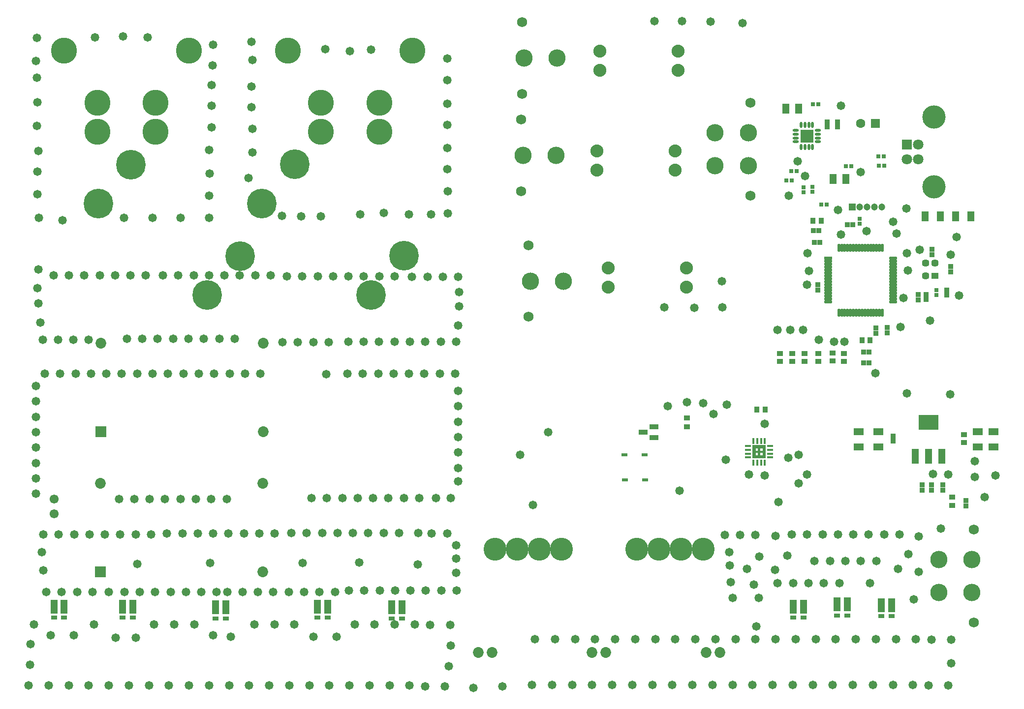
<source format=gts>
G04*
G04 #@! TF.GenerationSoftware,Altium Limited,Altium Designer,18.1.7 (191)*
G04*
G04 Layer_Color=8388736*
%FSLAX25Y25*%
%MOIN*%
G70*
G01*
G75*
%ADD18R,0.04375X0.02365*%
%ADD40R,0.04000X0.03000*%
%ADD44R,0.02965X0.02965*%
%ADD45R,0.03241X0.03241*%
%ADD46R,0.02965X0.02965*%
%ADD47R,0.03556X0.04147*%
%ADD48R,0.03241X0.03241*%
%ADD49R,0.05918X0.03359*%
%ADD50R,0.04343X0.03556*%
%ADD51R,0.01378X0.03937*%
%ADD52R,0.03937X0.01378*%
%ADD53R,0.00104X0.00104*%
%ADD54R,0.04737X0.10249*%
%ADD55R,0.13792X0.10249*%
%ADD56R,0.04147X0.03556*%
%ADD57R,0.05721X0.01981*%
%ADD58O,0.05721X0.01981*%
%ADD59O,0.01981X0.05721*%
%ADD60O,0.01981X0.04147*%
%ADD61O,0.04147X0.01981*%
%ADD62R,0.08989X0.08989*%
%ADD63R,0.07099X0.04540*%
%ADD64R,0.04737X0.06706*%
%ADD65R,0.04540X0.07099*%
%ADD66R,0.04800X0.09800*%
G04:AMPARAMS|DCode=67|XSize=43.43mil|YSize=47.37mil|CornerRadius=12.86mil|HoleSize=0mil|Usage=FLASHONLY|Rotation=90.000|XOffset=0mil|YOffset=0mil|HoleType=Round|Shape=RoundedRectangle|*
%AMROUNDEDRECTD67*
21,1,0.04343,0.02165,0,0,90.0*
21,1,0.01772,0.04737,0,0,90.0*
1,1,0.02572,0.01083,0.00886*
1,1,0.02572,0.01083,-0.00886*
1,1,0.02572,-0.01083,-0.00886*
1,1,0.02572,-0.01083,0.00886*
%
%ADD67ROUNDEDRECTD67*%
%ADD68R,0.04737X0.04343*%
%ADD69R,0.04343X0.03753*%
%ADD70C,0.06804*%
%ADD71C,0.11725*%
%ADD72C,0.20111*%
%ADD73C,0.15564*%
%ADD74C,0.07296*%
%ADD75C,0.06100*%
%ADD76C,0.17631*%
%ADD77C,0.08800*%
%ADD78C,0.04737*%
%ADD79R,0.04737X0.04737*%
%ADD80C,0.03398*%
%ADD81C,0.15761*%
%ADD82R,0.07099X0.07099*%
%ADD83C,0.07099*%
%ADD84R,0.06312X0.06312*%
%ADD85C,0.06312*%
%ADD86R,0.07296X0.07296*%
%ADD87C,0.05800*%
G36*
X573830Y437337D02*
Y435763D01*
Y434237D01*
Y430498D01*
X564826D01*
Y432663D01*
Y434237D01*
Y435763D01*
Y437337D01*
Y439502D01*
X573830D01*
Y437337D01*
D02*
G37*
%LPC*%
G36*
X571665D02*
X570090D01*
Y435763D01*
X571665D01*
Y437337D01*
D02*
G37*
G36*
X568565D02*
X566991D01*
Y435763D01*
X568565D01*
Y437337D01*
D02*
G37*
G36*
X571665Y434237D02*
X570090D01*
Y432663D01*
X571665D01*
Y434237D01*
D02*
G37*
G36*
X568565D02*
X566991D01*
Y432663D01*
X568565D01*
Y434237D01*
D02*
G37*
%LPD*%
D18*
X491583Y433000D02*
D03*
X478000D02*
D03*
X492000Y416000D02*
D03*
X478417D02*
D03*
D40*
X652031Y323500D02*
D03*
X659000D02*
D03*
X276968Y322500D02*
D03*
X270000D02*
D03*
X622224Y324016D02*
D03*
X629193D02*
D03*
X599468Y322516D02*
D03*
X592500D02*
D03*
X320500Y322016D02*
D03*
X327469D02*
D03*
X208000D02*
D03*
X201031D02*
D03*
X138000Y322516D02*
D03*
X144969D02*
D03*
X98548D02*
D03*
X91579D02*
D03*
D44*
X611457Y602500D02*
D03*
X615000D02*
D03*
X587728Y619043D02*
D03*
X591272D02*
D03*
X591228Y625197D02*
D03*
X594772D02*
D03*
X628228Y628815D02*
D03*
X631772D02*
D03*
X609377Y670500D02*
D03*
X605833D02*
D03*
X650457Y629043D02*
D03*
X654000D02*
D03*
X650228Y635271D02*
D03*
X653772D02*
D03*
D45*
X699000Y557000D02*
D03*
Y560622D02*
D03*
X660000Y445811D02*
D03*
Y442189D02*
D03*
X693716Y412491D02*
D03*
Y408869D02*
D03*
X686216Y412491D02*
D03*
Y408869D02*
D03*
X679716Y412491D02*
D03*
Y408869D02*
D03*
X709500Y402000D02*
D03*
Y398378D02*
D03*
X656000Y519311D02*
D03*
Y515689D02*
D03*
X682500Y538189D02*
D03*
Y541811D02*
D03*
X609142Y544689D02*
D03*
Y548311D02*
D03*
X622500Y658811D02*
D03*
Y655189D02*
D03*
X615500Y658811D02*
D03*
Y655189D02*
D03*
X696500Y544811D02*
D03*
Y541189D02*
D03*
X677221Y541622D02*
D03*
Y538000D02*
D03*
X686421Y568689D02*
D03*
Y572311D02*
D03*
X648342Y519043D02*
D03*
Y515421D02*
D03*
D46*
X689500Y544771D02*
D03*
Y541228D02*
D03*
X637500Y589543D02*
D03*
Y593086D02*
D03*
X599356Y610846D02*
D03*
Y614389D02*
D03*
X605500Y614815D02*
D03*
Y611271D02*
D03*
D47*
X611256Y591500D02*
D03*
X605744D02*
D03*
X573363Y463811D02*
D03*
X567851D02*
D03*
X639035Y510767D02*
D03*
X644547D02*
D03*
D48*
X609811Y585000D02*
D03*
X606189D02*
D03*
X606689Y577000D02*
D03*
X610311D02*
D03*
X643819Y495267D02*
D03*
X640197D02*
D03*
Y502724D02*
D03*
X643819D02*
D03*
X632811Y589000D02*
D03*
X629189D02*
D03*
D49*
X498240Y444574D02*
D03*
Y452054D02*
D03*
X490760Y448314D02*
D03*
D50*
X520500Y457905D02*
D03*
Y452000D02*
D03*
D51*
X573167Y442480D02*
D03*
X570608D02*
D03*
X568048D02*
D03*
X565489D02*
D03*
Y427520D02*
D03*
X568048D02*
D03*
X570608D02*
D03*
X573167D02*
D03*
D52*
X561848Y438839D02*
D03*
Y436280D02*
D03*
Y433721D02*
D03*
Y431161D02*
D03*
X576808D02*
D03*
Y433721D02*
D03*
Y436280D02*
D03*
Y438839D02*
D03*
D53*
X569328Y435000D02*
D03*
D54*
X674945Y432083D02*
D03*
X684000D02*
D03*
X693055D02*
D03*
D55*
X684000Y454917D02*
D03*
D56*
X700000Y404256D02*
D03*
Y398744D02*
D03*
X708000Y446756D02*
D03*
Y441244D02*
D03*
D57*
X616102Y566165D02*
D03*
D58*
Y564197D02*
D03*
Y562228D02*
D03*
Y560260D02*
D03*
Y558291D02*
D03*
Y556323D02*
D03*
Y554354D02*
D03*
Y552386D02*
D03*
Y550417D02*
D03*
Y548449D02*
D03*
Y546480D02*
D03*
Y544512D02*
D03*
Y542543D02*
D03*
Y540575D02*
D03*
Y538606D02*
D03*
Y536638D02*
D03*
X660000D02*
D03*
Y538606D02*
D03*
Y540575D02*
D03*
Y542543D02*
D03*
Y544512D02*
D03*
Y546480D02*
D03*
Y548449D02*
D03*
Y550417D02*
D03*
Y552386D02*
D03*
Y554354D02*
D03*
Y556323D02*
D03*
Y558291D02*
D03*
Y560260D02*
D03*
Y562228D02*
D03*
Y564197D02*
D03*
Y566165D02*
D03*
D59*
X623287Y529452D02*
D03*
X625256D02*
D03*
X627224D02*
D03*
X629193D02*
D03*
X631161D02*
D03*
X633130D02*
D03*
X635098D02*
D03*
X637067D02*
D03*
X639035D02*
D03*
X641004D02*
D03*
X642972D02*
D03*
X644941D02*
D03*
X646909D02*
D03*
X648878D02*
D03*
X650846D02*
D03*
X652815D02*
D03*
Y573350D02*
D03*
X650846D02*
D03*
X648878D02*
D03*
X646909D02*
D03*
X644941D02*
D03*
X642972D02*
D03*
X641004D02*
D03*
X639035D02*
D03*
X637067D02*
D03*
X635098D02*
D03*
X633130D02*
D03*
X631161D02*
D03*
X629193D02*
D03*
X627224D02*
D03*
X625256D02*
D03*
X623287D02*
D03*
D60*
X597823Y641543D02*
D03*
X600382D02*
D03*
X602941D02*
D03*
X605500D02*
D03*
Y656504D02*
D03*
X602941D02*
D03*
X600382D02*
D03*
X597823D02*
D03*
D61*
X609142Y645185D02*
D03*
Y647744D02*
D03*
Y650303D02*
D03*
Y652862D02*
D03*
X594181D02*
D03*
Y650303D02*
D03*
Y647744D02*
D03*
Y645185D02*
D03*
D62*
X601661Y649023D02*
D03*
D63*
X728000Y448716D02*
D03*
Y438283D02*
D03*
X717500Y448716D02*
D03*
Y438283D02*
D03*
X650000Y448760D02*
D03*
Y438327D02*
D03*
X636657Y448598D02*
D03*
Y438165D02*
D03*
D64*
X628161Y620043D02*
D03*
X619500D02*
D03*
X587280Y667500D02*
D03*
X595941D02*
D03*
D65*
X681783Y594543D02*
D03*
X692216D02*
D03*
X702284Y594543D02*
D03*
X712717D02*
D03*
D66*
X652032Y330984D02*
D03*
X659000Y330984D02*
D03*
X276969Y329984D02*
D03*
X270000Y329984D02*
D03*
X622225Y331500D02*
D03*
X629193Y331500D02*
D03*
X599468Y330001D02*
D03*
X592500Y330000D02*
D03*
X320500Y329500D02*
D03*
X327469Y329500D02*
D03*
X208000D02*
D03*
X201032Y329500D02*
D03*
X138000Y330000D02*
D03*
X144969Y330000D02*
D03*
X98548D02*
D03*
X91579Y330000D02*
D03*
D67*
X682201Y554354D02*
D03*
Y563015D02*
D03*
X688500D02*
D03*
D68*
Y554354D02*
D03*
D69*
X609500Y496343D02*
D03*
Y501658D02*
D03*
X626724Y496366D02*
D03*
Y501681D02*
D03*
X600000Y496343D02*
D03*
Y501658D02*
D03*
X619000Y496523D02*
D03*
Y501838D02*
D03*
X583500Y501500D02*
D03*
Y496185D02*
D03*
X591661Y501657D02*
D03*
Y496343D02*
D03*
D70*
X563279Y671736D02*
D03*
Y608587D02*
D03*
X714780Y319205D02*
D03*
Y382354D02*
D03*
X408720Y677709D02*
D03*
Y726291D02*
D03*
X408000Y611709D02*
D03*
Y660291D02*
D03*
X413000Y526500D02*
D03*
Y575083D02*
D03*
D71*
X562000Y651382D02*
D03*
Y628941D02*
D03*
X539559Y651382D02*
D03*
Y628941D02*
D03*
X691059Y339559D02*
D03*
Y362000D02*
D03*
X713500Y339559D02*
D03*
Y362000D02*
D03*
X432441Y702000D02*
D03*
X410000D02*
D03*
X431720Y636000D02*
D03*
X409279D02*
D03*
X436721Y550791D02*
D03*
X414280D02*
D03*
D72*
X217770Y567729D02*
D03*
X143880Y629730D02*
D03*
X121610Y603190D02*
D03*
X195500Y541189D02*
D03*
X328671Y568000D02*
D03*
X254781Y630001D02*
D03*
X232511Y603461D02*
D03*
X306402Y541460D02*
D03*
D73*
X390410Y369079D02*
D03*
X405371D02*
D03*
X420331D02*
D03*
X435292D02*
D03*
X486473D02*
D03*
X501434D02*
D03*
X516394D02*
D03*
X531355D02*
D03*
D74*
X379071Y299000D02*
D03*
X388363D02*
D03*
X456237D02*
D03*
X465528D02*
D03*
X533402D02*
D03*
X542694D02*
D03*
X233000Y353500D02*
D03*
Y413500D02*
D03*
X123000D02*
D03*
X233500Y448500D02*
D03*
Y508500D02*
D03*
X123500D02*
D03*
D75*
X91829Y402843D02*
D03*
Y393000D02*
D03*
D76*
X250000Y707000D02*
D03*
X334488D02*
D03*
X311929Y671567D02*
D03*
Y651882D02*
D03*
X272559Y671567D02*
D03*
Y651882D02*
D03*
X121071D02*
D03*
Y671567D02*
D03*
X160441Y651882D02*
D03*
Y671567D02*
D03*
X183000Y707000D02*
D03*
X98512D02*
D03*
D77*
X520000Y546500D02*
D03*
Y559500D02*
D03*
X467000Y546500D02*
D03*
Y559500D02*
D03*
X512500Y626071D02*
D03*
Y639071D02*
D03*
X459500Y626071D02*
D03*
Y639071D02*
D03*
X514500Y693500D02*
D03*
Y706500D02*
D03*
X461500Y693500D02*
D03*
Y706500D02*
D03*
D78*
X652500Y601043D02*
D03*
X647500D02*
D03*
X642500D02*
D03*
X637500D02*
D03*
D79*
X632500D02*
D03*
D80*
X599428Y646991D02*
D03*
Y651141D02*
D03*
X603601D02*
D03*
Y646991D02*
D03*
D81*
X687890Y662043D02*
D03*
Y614641D02*
D03*
D82*
X669347Y643263D02*
D03*
D83*
Y633421D02*
D03*
X677221Y643263D02*
D03*
Y633421D02*
D03*
D84*
X648000Y657543D02*
D03*
D85*
X638157D02*
D03*
D86*
X123000Y353500D02*
D03*
X123500Y448500D02*
D03*
D87*
X97500Y592000D02*
D03*
X544000Y550500D02*
D03*
X544500Y533000D02*
D03*
X525500Y532500D02*
D03*
X505000Y533000D02*
D03*
X558000Y725500D02*
D03*
X536500Y726500D02*
D03*
X517000Y727000D02*
D03*
X498500D02*
D03*
X677500Y377500D02*
D03*
X292000Y706500D02*
D03*
X358500Y611500D02*
D03*
X358000Y701500D02*
D03*
Y687000D02*
D03*
Y671000D02*
D03*
Y656500D02*
D03*
Y641000D02*
D03*
Y626500D02*
D03*
X306500Y707500D02*
D03*
X275500Y708000D02*
D03*
X358500Y596500D02*
D03*
X347000Y596000D02*
D03*
X332000D02*
D03*
X315000Y597000D02*
D03*
X299000Y596000D02*
D03*
X272500Y594500D02*
D03*
X259000D02*
D03*
X246000Y595000D02*
D03*
X223500Y620500D02*
D03*
X226000Y638000D02*
D03*
Y654000D02*
D03*
X225500Y668500D02*
D03*
Y682500D02*
D03*
X226000Y700500D02*
D03*
X225500Y713000D02*
D03*
X198500Y669500D02*
D03*
Y683500D02*
D03*
X199000Y697000D02*
D03*
X199500Y711000D02*
D03*
X198500Y655000D02*
D03*
X196686Y639500D02*
D03*
X155000Y716000D02*
D03*
X138500Y716500D02*
D03*
X80000Y715500D02*
D03*
X79500Y700000D02*
D03*
X80000Y688500D02*
D03*
X80400Y672000D02*
D03*
X80000Y656000D02*
D03*
X81000Y639071D02*
D03*
X80500Y625000D02*
D03*
Y609500D02*
D03*
X119500Y716000D02*
D03*
X197000Y623500D02*
D03*
X196711Y608587D02*
D03*
X196710Y593500D02*
D03*
X177509D02*
D03*
X158307D02*
D03*
X139105D02*
D03*
X81500D02*
D03*
X507500Y465857D02*
D03*
X520500Y468500D02*
D03*
X729500Y419000D02*
D03*
X697500Y419500D02*
D03*
X687000Y420000D02*
D03*
X715500Y418000D02*
D03*
X426500Y448314D02*
D03*
X715500Y428500D02*
D03*
X669500Y474500D02*
D03*
X698839Y474000D02*
D03*
X722000Y404369D02*
D03*
X596000Y413500D02*
D03*
Y433000D02*
D03*
X589000Y431000D02*
D03*
X601661Y419543D02*
D03*
X703000Y580787D02*
D03*
X698929Y568763D02*
D03*
X407457Y433000D02*
D03*
X704870Y541000D02*
D03*
X685000Y524000D02*
D03*
X601661Y548370D02*
D03*
X664941Y519500D02*
D03*
X624662Y669500D02*
D03*
X602000Y569500D02*
D03*
X642000Y584496D02*
D03*
X622686Y599000D02*
D03*
X366000Y543254D02*
D03*
X364000Y371500D02*
D03*
X638157Y624500D02*
D03*
X365500Y415143D02*
D03*
X416000Y399000D02*
D03*
X515500Y408500D02*
D03*
X598957Y517500D02*
D03*
X581900D02*
D03*
X590500D02*
D03*
X609788Y511043D02*
D03*
X620000Y509500D02*
D03*
X626949Y509767D02*
D03*
X647917Y488224D02*
D03*
X582400Y401043D02*
D03*
X365500Y520500D02*
D03*
X82500Y522500D02*
D03*
X83929Y511000D02*
D03*
X104786D02*
D03*
X94357D02*
D03*
X366000Y533754D02*
D03*
X115214Y511000D02*
D03*
X81000Y535500D02*
D03*
Y558756D02*
D03*
X291014Y509500D02*
D03*
X246400Y509189D02*
D03*
X256829D02*
D03*
X277686D02*
D03*
X267257D02*
D03*
X344643Y553500D02*
D03*
X334214D02*
D03*
X365500D02*
D03*
X355071D02*
D03*
X141032Y511689D02*
D03*
X151460D02*
D03*
X172317D02*
D03*
X161889D02*
D03*
X193174D02*
D03*
X182746D02*
D03*
X214032D02*
D03*
X203603D02*
D03*
X301443Y509500D02*
D03*
X322300D02*
D03*
X311871D02*
D03*
X343157D02*
D03*
X332729D02*
D03*
X364014D02*
D03*
X353586D02*
D03*
X249400Y554000D02*
D03*
X259829D02*
D03*
X280686D02*
D03*
X270257D02*
D03*
X301543D02*
D03*
X291114D02*
D03*
X322400D02*
D03*
X311971D02*
D03*
X165400Y554500D02*
D03*
X175829D02*
D03*
X196686D02*
D03*
X186257D02*
D03*
X217543D02*
D03*
X207114D02*
D03*
X238400D02*
D03*
X227971D02*
D03*
X80400Y546000D02*
D03*
X91329Y554500D02*
D03*
X112186D02*
D03*
X101757D02*
D03*
X133043D02*
D03*
X122614D02*
D03*
X153900D02*
D03*
X143471D02*
D03*
X79500Y479600D02*
D03*
Y469171D02*
D03*
Y448314D02*
D03*
Y458743D02*
D03*
Y427457D02*
D03*
Y437886D02*
D03*
Y406600D02*
D03*
Y417029D02*
D03*
X208600Y403131D02*
D03*
X198171D02*
D03*
X177314D02*
D03*
X187743D02*
D03*
X156457D02*
D03*
X166886D02*
D03*
X135600D02*
D03*
X146029D02*
D03*
X339100Y403500D02*
D03*
X328671D02*
D03*
X307814D02*
D03*
X318243D02*
D03*
X286957D02*
D03*
X297386D02*
D03*
X266100D02*
D03*
X276529D02*
D03*
X350500Y403782D02*
D03*
X360510D02*
D03*
X365500Y434571D02*
D03*
Y424143D02*
D03*
Y455429D02*
D03*
Y445000D02*
D03*
Y476286D02*
D03*
Y465857D02*
D03*
X290400Y488000D02*
D03*
X300828D02*
D03*
X321686D02*
D03*
X311257D02*
D03*
X342543D02*
D03*
X332114D02*
D03*
X363400D02*
D03*
X352971D02*
D03*
X276000Y487500D02*
D03*
X168900Y488000D02*
D03*
X179329D02*
D03*
X200186D02*
D03*
X189757D02*
D03*
X221043D02*
D03*
X210614D02*
D03*
X231471D02*
D03*
X85400D02*
D03*
X95829D02*
D03*
X116686D02*
D03*
X106257D02*
D03*
X137543D02*
D03*
X127114D02*
D03*
X158400D02*
D03*
X147971D02*
D03*
X674000Y335000D02*
D03*
X549000Y367000D02*
D03*
X670500Y365500D02*
D03*
X663500Y355757D02*
D03*
X677500Y353500D02*
D03*
X692500Y383000D02*
D03*
X581900Y346000D02*
D03*
X592329D02*
D03*
X613186D02*
D03*
X602757D02*
D03*
X580000Y355000D02*
D03*
X623614Y346000D02*
D03*
X644471D02*
D03*
X606900Y361000D02*
D03*
X617329D02*
D03*
X638186D02*
D03*
X627757D02*
D03*
X550000Y346500D02*
D03*
X648614Y361000D02*
D03*
X565900Y345000D02*
D03*
X561000Y355500D02*
D03*
X591400Y379000D02*
D03*
X601829D02*
D03*
X622686D02*
D03*
X612257D02*
D03*
X643543D02*
D03*
X633114D02*
D03*
X664400D02*
D03*
X653971D02*
D03*
X569328Y364000D02*
D03*
X569000Y336000D02*
D03*
X549500Y358000D02*
D03*
X551500Y336000D02*
D03*
X546043Y378500D02*
D03*
X588500Y364500D02*
D03*
X566900Y378500D02*
D03*
X556471D02*
D03*
X364014Y362500D02*
D03*
X197500Y359500D02*
D03*
X260000D02*
D03*
X338000Y358500D02*
D03*
X298413Y360000D02*
D03*
X347543Y379500D02*
D03*
X364014Y353000D02*
D03*
X357971Y379500D02*
D03*
X252400Y380000D02*
D03*
X262829D02*
D03*
X283686D02*
D03*
X273257D02*
D03*
X304543D02*
D03*
X294114D02*
D03*
X325400D02*
D03*
X314971D02*
D03*
X168189Y379500D02*
D03*
X178618D02*
D03*
X199475D02*
D03*
X189047D02*
D03*
X220332D02*
D03*
X209904D02*
D03*
X241189D02*
D03*
X230761D02*
D03*
X84400Y379000D02*
D03*
X94829D02*
D03*
X115686D02*
D03*
X105257D02*
D03*
X136543D02*
D03*
X126114D02*
D03*
X157400D02*
D03*
X146971D02*
D03*
X128900Y340000D02*
D03*
X139329D02*
D03*
X160186D02*
D03*
X149757D02*
D03*
X181043D02*
D03*
X170614D02*
D03*
X201900D02*
D03*
X191471D02*
D03*
X208926D02*
D03*
X219355D02*
D03*
X240212D02*
D03*
X229783D02*
D03*
X261069D02*
D03*
X250641D02*
D03*
X281926D02*
D03*
X271498D02*
D03*
X291400Y341000D02*
D03*
X301829D02*
D03*
X322686D02*
D03*
X312257D02*
D03*
X343543D02*
D03*
X333114D02*
D03*
X364400D02*
D03*
X353971D02*
D03*
X338500Y380000D02*
D03*
X148000Y359000D02*
D03*
X84400Y354500D02*
D03*
X83500Y367000D02*
D03*
X107257Y340000D02*
D03*
X117686D02*
D03*
X96829D02*
D03*
X86400D02*
D03*
X567500Y316500D02*
D03*
X580500Y378000D02*
D03*
X573000Y419043D02*
D03*
X624662Y582354D02*
D03*
X562500Y419543D02*
D03*
X546839Y429543D02*
D03*
X573166Y454043D02*
D03*
X547500Y467043D02*
D03*
X538500Y460543D02*
D03*
X531500Y468043D02*
D03*
X669939Y558043D02*
D03*
X678000Y572043D02*
D03*
X669500Y569496D02*
D03*
X589500Y608543D02*
D03*
X660000Y591043D02*
D03*
X662500Y582854D02*
D03*
X602941Y557543D02*
D03*
X667000Y539370D02*
D03*
X600382Y622043D02*
D03*
X595500Y632043D02*
D03*
X669000Y600043D02*
D03*
X395353Y276000D02*
D03*
X375853Y275000D02*
D03*
X75353Y290500D02*
D03*
X359000Y289500D02*
D03*
X675500Y308000D02*
D03*
X661921D02*
D03*
X634763D02*
D03*
X648342D02*
D03*
X607605D02*
D03*
X621184D02*
D03*
X580447D02*
D03*
X594026D02*
D03*
X485395D02*
D03*
X471816D02*
D03*
X512553D02*
D03*
X498974D02*
D03*
X539711D02*
D03*
X526132D02*
D03*
X553290D02*
D03*
X566868D02*
D03*
X444658D02*
D03*
X458237D02*
D03*
X417500D02*
D03*
X431079D02*
D03*
X429079Y277000D02*
D03*
X415500D02*
D03*
X456237D02*
D03*
X442658D02*
D03*
X564868D02*
D03*
X551289D02*
D03*
X524131D02*
D03*
X537711D02*
D03*
X496974D02*
D03*
X510553D02*
D03*
X469816D02*
D03*
X483395D02*
D03*
X592026D02*
D03*
X578447D02*
D03*
X619184D02*
D03*
X605605D02*
D03*
X646342D02*
D03*
X632763D02*
D03*
X659921D02*
D03*
X673500D02*
D03*
X697500Y276500D02*
D03*
X683921D02*
D03*
X699500Y291500D02*
D03*
X685921Y307500D02*
D03*
X699500D02*
D03*
X360000Y317500D02*
D03*
X346421D02*
D03*
X360500Y303500D02*
D03*
X342921Y276000D02*
D03*
X356500D02*
D03*
X332500Y276500D02*
D03*
X318921D02*
D03*
X291763D02*
D03*
X305342D02*
D03*
X264605D02*
D03*
X278184D02*
D03*
X237447D02*
D03*
X251026D02*
D03*
X142395D02*
D03*
X128816D02*
D03*
X169553D02*
D03*
X155974D02*
D03*
X196711D02*
D03*
X183132D02*
D03*
X210289D02*
D03*
X223868D02*
D03*
X101658D02*
D03*
X115237D02*
D03*
X74500D02*
D03*
X88079D02*
D03*
X75853Y304500D02*
D03*
X89500Y310500D02*
D03*
X78000Y318000D02*
D03*
X118737D02*
D03*
X105000Y310500D02*
D03*
X227368Y318000D02*
D03*
X211500Y309500D02*
D03*
X186632Y318000D02*
D03*
X199500Y310654D02*
D03*
X159474Y318000D02*
D03*
X173053D02*
D03*
X133500Y309000D02*
D03*
X147000D02*
D03*
X254526Y318000D02*
D03*
X240947D02*
D03*
X283000Y309500D02*
D03*
X267500D02*
D03*
X308842Y318000D02*
D03*
X295263D02*
D03*
X322421D02*
D03*
X336000D02*
D03*
M02*

</source>
